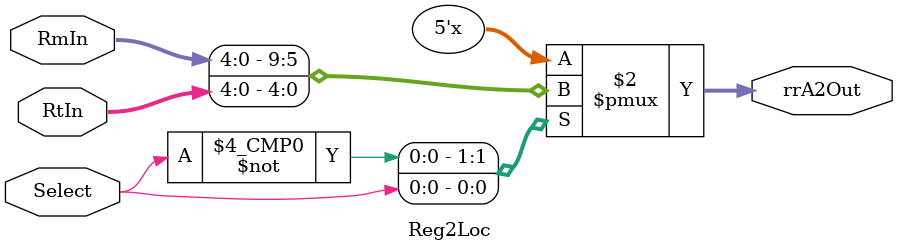
<source format=v>
`timescale 1ns / 1ps
module Reg2Loc(
   input [4:0] RmIn,
	input [4:0] RtIn,
	input  Select,
	output reg [4:0] rrA2Out //read register out 2
    );
	 
	 always @ (RmIn,RtIn,Select)
		case(Select)
			0: rrA2Out <= RmIn;
			1: rrA2Out <= RtIn; 
		endcase
endmodule

</source>
